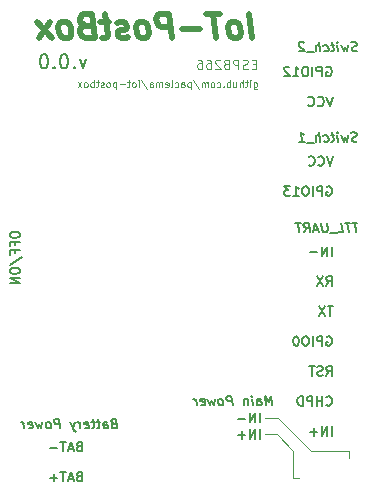
<source format=gbo>
G04 #@! TF.GenerationSoftware,KiCad,Pcbnew,(5.1.9)-1*
G04 #@! TF.CreationDate,2021-07-08T12:05:04+02:00*
G04 #@! TF.ProjectId,iot-postbox,696f742d-706f-4737-9462-6f782e6b6963,v0.0*
G04 #@! TF.SameCoordinates,Original*
G04 #@! TF.FileFunction,Legend,Bot*
G04 #@! TF.FilePolarity,Positive*
%FSLAX46Y46*%
G04 Gerber Fmt 4.6, Leading zero omitted, Abs format (unit mm)*
G04 Created by KiCad (PCBNEW (5.1.9)-1) date 2021-07-08 12:05:04*
%MOMM*%
%LPD*%
G01*
G04 APERTURE LIST*
%ADD10C,0.100000*%
%ADD11C,0.200000*%
%ADD12C,0.150000*%
%ADD13C,0.500000*%
%ADD14C,0.120000*%
G04 APERTURE END LIST*
D10*
X120736180Y-116868908D02*
X120736180Y-117354622D01*
X120764751Y-117411765D01*
X120793322Y-117440337D01*
X120850465Y-117468908D01*
X120936180Y-117468908D01*
X120993322Y-117440337D01*
X120736180Y-117240337D02*
X120793322Y-117268908D01*
X120907608Y-117268908D01*
X120964751Y-117240337D01*
X120993322Y-117211765D01*
X121021894Y-117154622D01*
X121021894Y-116983194D01*
X120993322Y-116926051D01*
X120964751Y-116897480D01*
X120907608Y-116868908D01*
X120793322Y-116868908D01*
X120736180Y-116897480D01*
X120450465Y-117268908D02*
X120450465Y-116868908D01*
X120450465Y-116668908D02*
X120479037Y-116697480D01*
X120450465Y-116726051D01*
X120421894Y-116697480D01*
X120450465Y-116668908D01*
X120450465Y-116726051D01*
X120250465Y-116868908D02*
X120021894Y-116868908D01*
X120164751Y-116668908D02*
X120164751Y-117183194D01*
X120136180Y-117240337D01*
X120079037Y-117268908D01*
X120021894Y-117268908D01*
X119821894Y-117268908D02*
X119821894Y-116668908D01*
X119564751Y-117268908D02*
X119564751Y-116954622D01*
X119593322Y-116897480D01*
X119650465Y-116868908D01*
X119736180Y-116868908D01*
X119793322Y-116897480D01*
X119821894Y-116926051D01*
X119021894Y-116868908D02*
X119021894Y-117268908D01*
X119279037Y-116868908D02*
X119279037Y-117183194D01*
X119250465Y-117240337D01*
X119193322Y-117268908D01*
X119107608Y-117268908D01*
X119050465Y-117240337D01*
X119021894Y-117211765D01*
X118736180Y-117268908D02*
X118736180Y-116668908D01*
X118736180Y-116897480D02*
X118679037Y-116868908D01*
X118564751Y-116868908D01*
X118507608Y-116897480D01*
X118479037Y-116926051D01*
X118450465Y-116983194D01*
X118450465Y-117154622D01*
X118479037Y-117211765D01*
X118507608Y-117240337D01*
X118564751Y-117268908D01*
X118679037Y-117268908D01*
X118736180Y-117240337D01*
X118193322Y-117211765D02*
X118164751Y-117240337D01*
X118193322Y-117268908D01*
X118221894Y-117240337D01*
X118193322Y-117211765D01*
X118193322Y-117268908D01*
X117650465Y-117240337D02*
X117707608Y-117268908D01*
X117821894Y-117268908D01*
X117879037Y-117240337D01*
X117907608Y-117211765D01*
X117936180Y-117154622D01*
X117936180Y-116983194D01*
X117907608Y-116926051D01*
X117879037Y-116897480D01*
X117821894Y-116868908D01*
X117707608Y-116868908D01*
X117650465Y-116897480D01*
X117307608Y-117268908D02*
X117364751Y-117240337D01*
X117393322Y-117211765D01*
X117421894Y-117154622D01*
X117421894Y-116983194D01*
X117393322Y-116926051D01*
X117364751Y-116897480D01*
X117307608Y-116868908D01*
X117221894Y-116868908D01*
X117164751Y-116897480D01*
X117136180Y-116926051D01*
X117107608Y-116983194D01*
X117107608Y-117154622D01*
X117136180Y-117211765D01*
X117164751Y-117240337D01*
X117221894Y-117268908D01*
X117307608Y-117268908D01*
X116850465Y-117268908D02*
X116850465Y-116868908D01*
X116850465Y-116926051D02*
X116821894Y-116897480D01*
X116764751Y-116868908D01*
X116679037Y-116868908D01*
X116621894Y-116897480D01*
X116593322Y-116954622D01*
X116593322Y-117268908D01*
X116593322Y-116954622D02*
X116564751Y-116897480D01*
X116507608Y-116868908D01*
X116421894Y-116868908D01*
X116364751Y-116897480D01*
X116336180Y-116954622D01*
X116336180Y-117268908D01*
X115621894Y-116640337D02*
X116136180Y-117411765D01*
X115421894Y-116868908D02*
X115421894Y-117468908D01*
X115421894Y-116897480D02*
X115364751Y-116868908D01*
X115250465Y-116868908D01*
X115193322Y-116897480D01*
X115164751Y-116926051D01*
X115136180Y-116983194D01*
X115136180Y-117154622D01*
X115164751Y-117211765D01*
X115193322Y-117240337D01*
X115250465Y-117268908D01*
X115364751Y-117268908D01*
X115421894Y-117240337D01*
X114621894Y-117268908D02*
X114621894Y-116954622D01*
X114650465Y-116897480D01*
X114707608Y-116868908D01*
X114821894Y-116868908D01*
X114879037Y-116897480D01*
X114621894Y-117240337D02*
X114679037Y-117268908D01*
X114821894Y-117268908D01*
X114879037Y-117240337D01*
X114907608Y-117183194D01*
X114907608Y-117126051D01*
X114879037Y-117068908D01*
X114821894Y-117040337D01*
X114679037Y-117040337D01*
X114621894Y-117011765D01*
X114079037Y-117240337D02*
X114136180Y-117268908D01*
X114250465Y-117268908D01*
X114307608Y-117240337D01*
X114336180Y-117211765D01*
X114364751Y-117154622D01*
X114364751Y-116983194D01*
X114336180Y-116926051D01*
X114307608Y-116897480D01*
X114250465Y-116868908D01*
X114136180Y-116868908D01*
X114079037Y-116897480D01*
X113736180Y-117268908D02*
X113793322Y-117240337D01*
X113821894Y-117183194D01*
X113821894Y-116668908D01*
X113279037Y-117240337D02*
X113336180Y-117268908D01*
X113450465Y-117268908D01*
X113507608Y-117240337D01*
X113536180Y-117183194D01*
X113536180Y-116954622D01*
X113507608Y-116897480D01*
X113450465Y-116868908D01*
X113336180Y-116868908D01*
X113279037Y-116897480D01*
X113250465Y-116954622D01*
X113250465Y-117011765D01*
X113536180Y-117068908D01*
X112993322Y-117268908D02*
X112993322Y-116868908D01*
X112993322Y-116926051D02*
X112964751Y-116897480D01*
X112907608Y-116868908D01*
X112821894Y-116868908D01*
X112764751Y-116897480D01*
X112736180Y-116954622D01*
X112736180Y-117268908D01*
X112736180Y-116954622D02*
X112707608Y-116897480D01*
X112650465Y-116868908D01*
X112564751Y-116868908D01*
X112507608Y-116897480D01*
X112479037Y-116954622D01*
X112479037Y-117268908D01*
X111936180Y-117268908D02*
X111936180Y-116954622D01*
X111964751Y-116897480D01*
X112021894Y-116868908D01*
X112136180Y-116868908D01*
X112193322Y-116897480D01*
X111936180Y-117240337D02*
X111993322Y-117268908D01*
X112136180Y-117268908D01*
X112193322Y-117240337D01*
X112221894Y-117183194D01*
X112221894Y-117126051D01*
X112193322Y-117068908D01*
X112136180Y-117040337D01*
X111993322Y-117040337D01*
X111936180Y-117011765D01*
X111221894Y-116640337D02*
X111736180Y-117411765D01*
X111021894Y-117268908D02*
X111021894Y-116868908D01*
X111021894Y-116668908D02*
X111050465Y-116697480D01*
X111021894Y-116726051D01*
X110993322Y-116697480D01*
X111021894Y-116668908D01*
X111021894Y-116726051D01*
X110650465Y-117268908D02*
X110707608Y-117240337D01*
X110736180Y-117211765D01*
X110764751Y-117154622D01*
X110764751Y-116983194D01*
X110736180Y-116926051D01*
X110707608Y-116897480D01*
X110650465Y-116868908D01*
X110564751Y-116868908D01*
X110507608Y-116897480D01*
X110479037Y-116926051D01*
X110450465Y-116983194D01*
X110450465Y-117154622D01*
X110479037Y-117211765D01*
X110507608Y-117240337D01*
X110564751Y-117268908D01*
X110650465Y-117268908D01*
X110279037Y-116868908D02*
X110050465Y-116868908D01*
X110193322Y-116668908D02*
X110193322Y-117183194D01*
X110164751Y-117240337D01*
X110107608Y-117268908D01*
X110050465Y-117268908D01*
X109850465Y-117040337D02*
X109393322Y-117040337D01*
X109107608Y-116868908D02*
X109107608Y-117468908D01*
X109107608Y-116897480D02*
X109050465Y-116868908D01*
X108936180Y-116868908D01*
X108879037Y-116897480D01*
X108850465Y-116926051D01*
X108821894Y-116983194D01*
X108821894Y-117154622D01*
X108850465Y-117211765D01*
X108879037Y-117240337D01*
X108936180Y-117268908D01*
X109050465Y-117268908D01*
X109107608Y-117240337D01*
X108479037Y-117268908D02*
X108536180Y-117240337D01*
X108564751Y-117211765D01*
X108593322Y-117154622D01*
X108593322Y-116983194D01*
X108564751Y-116926051D01*
X108536180Y-116897480D01*
X108479037Y-116868908D01*
X108393322Y-116868908D01*
X108336180Y-116897480D01*
X108307608Y-116926051D01*
X108279037Y-116983194D01*
X108279037Y-117154622D01*
X108307608Y-117211765D01*
X108336180Y-117240337D01*
X108393322Y-117268908D01*
X108479037Y-117268908D01*
X108050465Y-117240337D02*
X107993322Y-117268908D01*
X107879037Y-117268908D01*
X107821894Y-117240337D01*
X107793322Y-117183194D01*
X107793322Y-117154622D01*
X107821894Y-117097480D01*
X107879037Y-117068908D01*
X107964751Y-117068908D01*
X108021894Y-117040337D01*
X108050465Y-116983194D01*
X108050465Y-116954622D01*
X108021894Y-116897480D01*
X107964751Y-116868908D01*
X107879037Y-116868908D01*
X107821894Y-116897480D01*
X107621894Y-116868908D02*
X107393322Y-116868908D01*
X107536180Y-116668908D02*
X107536180Y-117183194D01*
X107507608Y-117240337D01*
X107450465Y-117268908D01*
X107393322Y-117268908D01*
X107193322Y-117268908D02*
X107193322Y-116668908D01*
X107193322Y-116897480D02*
X107136180Y-116868908D01*
X107021894Y-116868908D01*
X106964751Y-116897480D01*
X106936180Y-116926051D01*
X106907608Y-116983194D01*
X106907608Y-117154622D01*
X106936180Y-117211765D01*
X106964751Y-117240337D01*
X107021894Y-117268908D01*
X107136180Y-117268908D01*
X107193322Y-117240337D01*
X106564751Y-117268908D02*
X106621894Y-117240337D01*
X106650465Y-117211765D01*
X106679037Y-117154622D01*
X106679037Y-116983194D01*
X106650465Y-116926051D01*
X106621894Y-116897480D01*
X106564751Y-116868908D01*
X106479037Y-116868908D01*
X106421894Y-116897480D01*
X106393322Y-116926051D01*
X106364751Y-116983194D01*
X106364751Y-117154622D01*
X106393322Y-117211765D01*
X106421894Y-117240337D01*
X106479037Y-117268908D01*
X106564751Y-117268908D01*
X106164751Y-117268908D02*
X105850465Y-116868908D01*
X106164751Y-116868908D02*
X105850465Y-117268908D01*
D11*
X106584311Y-114903917D02*
X106298597Y-115703917D01*
X106012882Y-114903917D01*
X105555740Y-115589631D02*
X105498597Y-115646774D01*
X105555740Y-115703917D01*
X105612882Y-115646774D01*
X105555740Y-115589631D01*
X105555740Y-115703917D01*
X104755740Y-114503917D02*
X104641454Y-114503917D01*
X104527168Y-114561060D01*
X104470025Y-114618202D01*
X104412882Y-114732488D01*
X104355740Y-114961060D01*
X104355740Y-115246774D01*
X104412882Y-115475345D01*
X104470025Y-115589631D01*
X104527168Y-115646774D01*
X104641454Y-115703917D01*
X104755740Y-115703917D01*
X104870025Y-115646774D01*
X104927168Y-115589631D01*
X104984311Y-115475345D01*
X105041454Y-115246774D01*
X105041454Y-114961060D01*
X104984311Y-114732488D01*
X104927168Y-114618202D01*
X104870025Y-114561060D01*
X104755740Y-114503917D01*
X103841454Y-115589631D02*
X103784311Y-115646774D01*
X103841454Y-115703917D01*
X103898597Y-115646774D01*
X103841454Y-115589631D01*
X103841454Y-115703917D01*
X103041454Y-114503917D02*
X102927168Y-114503917D01*
X102812882Y-114561060D01*
X102755740Y-114618202D01*
X102698597Y-114732488D01*
X102641454Y-114961060D01*
X102641454Y-115246774D01*
X102698597Y-115475345D01*
X102755740Y-115589631D01*
X102812882Y-115646774D01*
X102927168Y-115703917D01*
X103041454Y-115703917D01*
X103155740Y-115646774D01*
X103212882Y-115589631D01*
X103270025Y-115475345D01*
X103327168Y-115246774D01*
X103327168Y-114961060D01*
X103270025Y-114732488D01*
X103212882Y-114618202D01*
X103155740Y-114561060D01*
X103041454Y-114503917D01*
D10*
X120945703Y-115332517D02*
X120679037Y-115332517D01*
X120564751Y-115751564D02*
X120945703Y-115751564D01*
X120945703Y-114951564D01*
X120564751Y-114951564D01*
X120259989Y-115713469D02*
X120145703Y-115751564D01*
X119955227Y-115751564D01*
X119879037Y-115713469D01*
X119840941Y-115675374D01*
X119802846Y-115599183D01*
X119802846Y-115522993D01*
X119840941Y-115446802D01*
X119879037Y-115408707D01*
X119955227Y-115370612D01*
X120107608Y-115332517D01*
X120183799Y-115294421D01*
X120221894Y-115256326D01*
X120259989Y-115180136D01*
X120259989Y-115103945D01*
X120221894Y-115027755D01*
X120183799Y-114989660D01*
X120107608Y-114951564D01*
X119917132Y-114951564D01*
X119802846Y-114989660D01*
X119459989Y-115751564D02*
X119459989Y-114951564D01*
X119155227Y-114951564D01*
X119079037Y-114989660D01*
X119040941Y-115027755D01*
X119002846Y-115103945D01*
X119002846Y-115218231D01*
X119040941Y-115294421D01*
X119079037Y-115332517D01*
X119155227Y-115370612D01*
X119459989Y-115370612D01*
X118545703Y-115294421D02*
X118621894Y-115256326D01*
X118659989Y-115218231D01*
X118698084Y-115142040D01*
X118698084Y-115103945D01*
X118659989Y-115027755D01*
X118621894Y-114989660D01*
X118545703Y-114951564D01*
X118393322Y-114951564D01*
X118317132Y-114989660D01*
X118279037Y-115027755D01*
X118240941Y-115103945D01*
X118240941Y-115142040D01*
X118279037Y-115218231D01*
X118317132Y-115256326D01*
X118393322Y-115294421D01*
X118545703Y-115294421D01*
X118621894Y-115332517D01*
X118659989Y-115370612D01*
X118698084Y-115446802D01*
X118698084Y-115599183D01*
X118659989Y-115675374D01*
X118621894Y-115713469D01*
X118545703Y-115751564D01*
X118393322Y-115751564D01*
X118317132Y-115713469D01*
X118279037Y-115675374D01*
X118240941Y-115599183D01*
X118240941Y-115446802D01*
X118279037Y-115370612D01*
X118317132Y-115332517D01*
X118393322Y-115294421D01*
X117936180Y-115027755D02*
X117898084Y-114989660D01*
X117821894Y-114951564D01*
X117631418Y-114951564D01*
X117555227Y-114989660D01*
X117517132Y-115027755D01*
X117479037Y-115103945D01*
X117479037Y-115180136D01*
X117517132Y-115294421D01*
X117974275Y-115751564D01*
X117479037Y-115751564D01*
X116793322Y-114951564D02*
X116945703Y-114951564D01*
X117021894Y-114989660D01*
X117059989Y-115027755D01*
X117136180Y-115142040D01*
X117174275Y-115294421D01*
X117174275Y-115599183D01*
X117136180Y-115675374D01*
X117098084Y-115713469D01*
X117021894Y-115751564D01*
X116869513Y-115751564D01*
X116793322Y-115713469D01*
X116755227Y-115675374D01*
X116717132Y-115599183D01*
X116717132Y-115408707D01*
X116755227Y-115332517D01*
X116793322Y-115294421D01*
X116869513Y-115256326D01*
X117021894Y-115256326D01*
X117098084Y-115294421D01*
X117136180Y-115332517D01*
X117174275Y-115408707D01*
X116031418Y-114951564D02*
X116183799Y-114951564D01*
X116259989Y-114989660D01*
X116298084Y-115027755D01*
X116374275Y-115142040D01*
X116412370Y-115294421D01*
X116412370Y-115599183D01*
X116374275Y-115675374D01*
X116336180Y-115713469D01*
X116259989Y-115751564D01*
X116107608Y-115751564D01*
X116031418Y-115713469D01*
X115993322Y-115675374D01*
X115955227Y-115599183D01*
X115955227Y-115408707D01*
X115993322Y-115332517D01*
X116031418Y-115294421D01*
X116107608Y-115256326D01*
X116259989Y-115256326D01*
X116336180Y-115294421D01*
X116374275Y-115332517D01*
X116412370Y-115408707D01*
D12*
X100123044Y-129703452D02*
X100123044Y-129855833D01*
X100161140Y-129932023D01*
X100237330Y-130008214D01*
X100389711Y-130046309D01*
X100656378Y-130046309D01*
X100808759Y-130008214D01*
X100884949Y-129932023D01*
X100923044Y-129855833D01*
X100923044Y-129703452D01*
X100884949Y-129627261D01*
X100808759Y-129551071D01*
X100656378Y-129512975D01*
X100389711Y-129512975D01*
X100237330Y-129551071D01*
X100161140Y-129627261D01*
X100123044Y-129703452D01*
X100503997Y-130655833D02*
X100503997Y-130389166D01*
X100923044Y-130389166D02*
X100123044Y-130389166D01*
X100123044Y-130770118D01*
X100503997Y-131341547D02*
X100503997Y-131074880D01*
X100923044Y-131074880D02*
X100123044Y-131074880D01*
X100123044Y-131455833D01*
X100084949Y-132332023D02*
X101113520Y-131646309D01*
X100123044Y-132751071D02*
X100123044Y-132903452D01*
X100161140Y-132979642D01*
X100237330Y-133055833D01*
X100389711Y-133093928D01*
X100656378Y-133093928D01*
X100808759Y-133055833D01*
X100884949Y-132979642D01*
X100923044Y-132903452D01*
X100923044Y-132751071D01*
X100884949Y-132674880D01*
X100808759Y-132598690D01*
X100656378Y-132560595D01*
X100389711Y-132560595D01*
X100237330Y-132598690D01*
X100161140Y-132674880D01*
X100123044Y-132751071D01*
X100923044Y-133436785D02*
X100123044Y-133436785D01*
X100923044Y-133893928D01*
X100123044Y-133893928D01*
D13*
X120606524Y-113114341D02*
X120356524Y-111114341D01*
X119368429Y-113114341D02*
X119547000Y-113019103D01*
X119630334Y-112923865D01*
X119701762Y-112733389D01*
X119630334Y-112161960D01*
X119511286Y-111971484D01*
X119404143Y-111876246D01*
X119201762Y-111781008D01*
X118916048Y-111781008D01*
X118737477Y-111876246D01*
X118654143Y-111971484D01*
X118582715Y-112161960D01*
X118654143Y-112733389D01*
X118773191Y-112923865D01*
X118880334Y-113019103D01*
X119082715Y-113114341D01*
X119368429Y-113114341D01*
X117880334Y-111114341D02*
X116737477Y-111114341D01*
X117558905Y-113114341D02*
X117308905Y-111114341D01*
X116225572Y-112352437D02*
X114701762Y-112352437D01*
X113844620Y-113114341D02*
X113594620Y-111114341D01*
X112832715Y-111114341D01*
X112654143Y-111209580D01*
X112570810Y-111304818D01*
X112499381Y-111495294D01*
X112535096Y-111781008D01*
X112654143Y-111971484D01*
X112761286Y-112066722D01*
X112963667Y-112161960D01*
X113725572Y-112161960D01*
X111558905Y-113114341D02*
X111737477Y-113019103D01*
X111820810Y-112923865D01*
X111892239Y-112733389D01*
X111820810Y-112161960D01*
X111701762Y-111971484D01*
X111594620Y-111876246D01*
X111392239Y-111781008D01*
X111106524Y-111781008D01*
X110927953Y-111876246D01*
X110844620Y-111971484D01*
X110773191Y-112161960D01*
X110844620Y-112733389D01*
X110963667Y-112923865D01*
X111070810Y-113019103D01*
X111273191Y-113114341D01*
X111558905Y-113114341D01*
X110118429Y-113019103D02*
X109939858Y-113114341D01*
X109558905Y-113114341D01*
X109356524Y-113019103D01*
X109237477Y-112828627D01*
X109225572Y-112733389D01*
X109297000Y-112542913D01*
X109475572Y-112447675D01*
X109761286Y-112447675D01*
X109939858Y-112352437D01*
X110011286Y-112161960D01*
X109999381Y-112066722D01*
X109880334Y-111876246D01*
X109677953Y-111781008D01*
X109392239Y-111781008D01*
X109213667Y-111876246D01*
X108535096Y-111781008D02*
X107773191Y-111781008D01*
X108166048Y-111114341D02*
X108380334Y-112828627D01*
X108308905Y-113019103D01*
X108130334Y-113114341D01*
X107939858Y-113114341D01*
X106475572Y-112066722D02*
X106201762Y-112161960D01*
X106118429Y-112257199D01*
X106047000Y-112447675D01*
X106082715Y-112733389D01*
X106201762Y-112923865D01*
X106308905Y-113019103D01*
X106511286Y-113114341D01*
X107273191Y-113114341D01*
X107023191Y-111114341D01*
X106356524Y-111114341D01*
X106177953Y-111209580D01*
X106094620Y-111304818D01*
X106023191Y-111495294D01*
X106047000Y-111685770D01*
X106166048Y-111876246D01*
X106273191Y-111971484D01*
X106475572Y-112066722D01*
X107142239Y-112066722D01*
X104987477Y-113114341D02*
X105166048Y-113019103D01*
X105249381Y-112923865D01*
X105320810Y-112733389D01*
X105249381Y-112161960D01*
X105130334Y-111971484D01*
X105023191Y-111876246D01*
X104820810Y-111781008D01*
X104535096Y-111781008D01*
X104356524Y-111876246D01*
X104273191Y-111971484D01*
X104201762Y-112161960D01*
X104273191Y-112733389D01*
X104392239Y-112923865D01*
X104499381Y-113019103D01*
X104701762Y-113114341D01*
X104987477Y-113114341D01*
X103654143Y-113114341D02*
X102439858Y-111781008D01*
X103487477Y-111781008D02*
X102606524Y-113114341D01*
D12*
X129515759Y-128771704D02*
X129058616Y-128771704D01*
X129387187Y-129571704D02*
X129287187Y-128771704D01*
X128906235Y-128771704D02*
X128449092Y-128771704D01*
X128777663Y-129571704D02*
X128677663Y-128771704D01*
X127901473Y-129571704D02*
X128282425Y-129571704D01*
X128182425Y-128771704D01*
X127834806Y-129647895D02*
X127225282Y-129647895D01*
X126925282Y-128771704D02*
X127006235Y-129419323D01*
X126977663Y-129495514D01*
X126944330Y-129533609D01*
X126872901Y-129571704D01*
X126720520Y-129571704D01*
X126639568Y-129533609D01*
X126596711Y-129495514D01*
X126549092Y-129419323D01*
X126468139Y-128771704D01*
X126196711Y-129343133D02*
X125815759Y-129343133D01*
X126301473Y-129571704D02*
X125934806Y-128771704D01*
X125768139Y-129571704D01*
X125044330Y-129571704D02*
X125263378Y-129190752D01*
X125501473Y-129571704D02*
X125401473Y-128771704D01*
X125096711Y-128771704D01*
X125025282Y-128809800D01*
X124991949Y-128847895D01*
X124963378Y-128924085D01*
X124977663Y-129038371D01*
X125025282Y-129114561D01*
X125068139Y-129152657D01*
X125149092Y-129190752D01*
X125453854Y-129190752D01*
X124715759Y-128771704D02*
X124258616Y-128771704D01*
X124587187Y-129571704D02*
X124487187Y-128771704D01*
X129534806Y-114217409D02*
X129425282Y-114255504D01*
X129234806Y-114255504D01*
X129153854Y-114217409D01*
X129110997Y-114179314D01*
X129063377Y-114103123D01*
X129053854Y-114026933D01*
X129082425Y-113950742D01*
X129115758Y-113912647D01*
X129187187Y-113874552D01*
X129334806Y-113836457D01*
X129406235Y-113798361D01*
X129439568Y-113760266D01*
X129468139Y-113684076D01*
X129458616Y-113607885D01*
X129410997Y-113531695D01*
X129368139Y-113493600D01*
X129287187Y-113455504D01*
X129096711Y-113455504D01*
X128987187Y-113493600D01*
X128749092Y-113722171D02*
X128663377Y-114255504D01*
X128463377Y-113874552D01*
X128358616Y-114255504D01*
X128139568Y-113722171D01*
X127901473Y-114255504D02*
X127834806Y-113722171D01*
X127801473Y-113455504D02*
X127844330Y-113493600D01*
X127810997Y-113531695D01*
X127768139Y-113493600D01*
X127801473Y-113455504D01*
X127810997Y-113531695D01*
X127568139Y-113722171D02*
X127263377Y-113722171D01*
X127420520Y-113455504D02*
X127506235Y-114141219D01*
X127477663Y-114217409D01*
X127406235Y-114255504D01*
X127330044Y-114255504D01*
X126715758Y-114217409D02*
X126796711Y-114255504D01*
X126949092Y-114255504D01*
X127020520Y-114217409D01*
X127053854Y-114179314D01*
X127082425Y-114103123D01*
X127053854Y-113874552D01*
X127006235Y-113798361D01*
X126963377Y-113760266D01*
X126882425Y-113722171D01*
X126730044Y-113722171D01*
X126658616Y-113760266D01*
X126377663Y-114255504D02*
X126277663Y-113455504D01*
X126034806Y-114255504D02*
X125982425Y-113836457D01*
X126010997Y-113760266D01*
X126082425Y-113722171D01*
X126196711Y-113722171D01*
X126277663Y-113760266D01*
X126320520Y-113798361D01*
X125853854Y-114331695D02*
X125244330Y-114331695D01*
X124991949Y-113531695D02*
X124949092Y-113493600D01*
X124868139Y-113455504D01*
X124677663Y-113455504D01*
X124606235Y-113493600D01*
X124572901Y-113531695D01*
X124544330Y-113607885D01*
X124553854Y-113684076D01*
X124606235Y-113798361D01*
X125120520Y-114255504D01*
X124625282Y-114255504D01*
X129534806Y-121862809D02*
X129425282Y-121900904D01*
X129234806Y-121900904D01*
X129153854Y-121862809D01*
X129110997Y-121824714D01*
X129063377Y-121748523D01*
X129053854Y-121672333D01*
X129082425Y-121596142D01*
X129115758Y-121558047D01*
X129187187Y-121519952D01*
X129334806Y-121481857D01*
X129406235Y-121443761D01*
X129439568Y-121405666D01*
X129468139Y-121329476D01*
X129458616Y-121253285D01*
X129410997Y-121177095D01*
X129368139Y-121139000D01*
X129287187Y-121100904D01*
X129096711Y-121100904D01*
X128987187Y-121139000D01*
X128749092Y-121367571D02*
X128663377Y-121900904D01*
X128463377Y-121519952D01*
X128358616Y-121900904D01*
X128139568Y-121367571D01*
X127901473Y-121900904D02*
X127834806Y-121367571D01*
X127801473Y-121100904D02*
X127844330Y-121139000D01*
X127810997Y-121177095D01*
X127768139Y-121139000D01*
X127801473Y-121100904D01*
X127810997Y-121177095D01*
X127568139Y-121367571D02*
X127263377Y-121367571D01*
X127420520Y-121100904D02*
X127506235Y-121786619D01*
X127477663Y-121862809D01*
X127406235Y-121900904D01*
X127330044Y-121900904D01*
X126715758Y-121862809D02*
X126796711Y-121900904D01*
X126949092Y-121900904D01*
X127020520Y-121862809D01*
X127053854Y-121824714D01*
X127082425Y-121748523D01*
X127053854Y-121519952D01*
X127006235Y-121443761D01*
X126963377Y-121405666D01*
X126882425Y-121367571D01*
X126730044Y-121367571D01*
X126658616Y-121405666D01*
X126377663Y-121900904D02*
X126277663Y-121100904D01*
X126034806Y-121900904D02*
X125982425Y-121481857D01*
X126010997Y-121405666D01*
X126082425Y-121367571D01*
X126196711Y-121367571D01*
X126277663Y-121405666D01*
X126320520Y-121443761D01*
X125853854Y-121977095D02*
X125244330Y-121977095D01*
X124625282Y-121900904D02*
X125082425Y-121900904D01*
X124853854Y-121900904D02*
X124753854Y-121100904D01*
X124844330Y-121215190D01*
X124930044Y-121291380D01*
X125010997Y-121329476D01*
X127435909Y-118078304D02*
X127169242Y-118878304D01*
X126902576Y-118078304D01*
X126178766Y-118802114D02*
X126216861Y-118840209D01*
X126331147Y-118878304D01*
X126407338Y-118878304D01*
X126521623Y-118840209D01*
X126597814Y-118764019D01*
X126635909Y-118687828D01*
X126674004Y-118535447D01*
X126674004Y-118421161D01*
X126635909Y-118268780D01*
X126597814Y-118192590D01*
X126521623Y-118116400D01*
X126407338Y-118078304D01*
X126331147Y-118078304D01*
X126216861Y-118116400D01*
X126178766Y-118154495D01*
X125378766Y-118802114D02*
X125416861Y-118840209D01*
X125531147Y-118878304D01*
X125607338Y-118878304D01*
X125721623Y-118840209D01*
X125797814Y-118764019D01*
X125835909Y-118687828D01*
X125874004Y-118535447D01*
X125874004Y-118421161D01*
X125835909Y-118268780D01*
X125797814Y-118192590D01*
X125721623Y-118116400D01*
X125607338Y-118078304D01*
X125531147Y-118078304D01*
X125416861Y-118116400D01*
X125378766Y-118154495D01*
X126902576Y-115576400D02*
X126978766Y-115538304D01*
X127093052Y-115538304D01*
X127207338Y-115576400D01*
X127283528Y-115652590D01*
X127321623Y-115728780D01*
X127359719Y-115881161D01*
X127359719Y-115995447D01*
X127321623Y-116147828D01*
X127283528Y-116224019D01*
X127207338Y-116300209D01*
X127093052Y-116338304D01*
X127016861Y-116338304D01*
X126902576Y-116300209D01*
X126864480Y-116262114D01*
X126864480Y-115995447D01*
X127016861Y-115995447D01*
X126521623Y-116338304D02*
X126521623Y-115538304D01*
X126216861Y-115538304D01*
X126140671Y-115576400D01*
X126102576Y-115614495D01*
X126064480Y-115690685D01*
X126064480Y-115804971D01*
X126102576Y-115881161D01*
X126140671Y-115919257D01*
X126216861Y-115957352D01*
X126521623Y-115957352D01*
X125721623Y-116338304D02*
X125721623Y-115538304D01*
X125188290Y-115538304D02*
X125035909Y-115538304D01*
X124959719Y-115576400D01*
X124883528Y-115652590D01*
X124845433Y-115804971D01*
X124845433Y-116071638D01*
X124883528Y-116224019D01*
X124959719Y-116300209D01*
X125035909Y-116338304D01*
X125188290Y-116338304D01*
X125264480Y-116300209D01*
X125340671Y-116224019D01*
X125378766Y-116071638D01*
X125378766Y-115804971D01*
X125340671Y-115652590D01*
X125264480Y-115576400D01*
X125188290Y-115538304D01*
X124083528Y-116338304D02*
X124540671Y-116338304D01*
X124312100Y-116338304D02*
X124312100Y-115538304D01*
X124388290Y-115652590D01*
X124464480Y-115728780D01*
X124540671Y-115766876D01*
X123778766Y-115614495D02*
X123740671Y-115576400D01*
X123664480Y-115538304D01*
X123474004Y-115538304D01*
X123397814Y-115576400D01*
X123359719Y-115614495D01*
X123321623Y-115690685D01*
X123321623Y-115766876D01*
X123359719Y-115881161D01*
X123816861Y-116338304D01*
X123321623Y-116338304D01*
X126927976Y-125711000D02*
X127004166Y-125672904D01*
X127118452Y-125672904D01*
X127232738Y-125711000D01*
X127308928Y-125787190D01*
X127347023Y-125863380D01*
X127385119Y-126015761D01*
X127385119Y-126130047D01*
X127347023Y-126282428D01*
X127308928Y-126358619D01*
X127232738Y-126434809D01*
X127118452Y-126472904D01*
X127042261Y-126472904D01*
X126927976Y-126434809D01*
X126889880Y-126396714D01*
X126889880Y-126130047D01*
X127042261Y-126130047D01*
X126547023Y-126472904D02*
X126547023Y-125672904D01*
X126242261Y-125672904D01*
X126166071Y-125711000D01*
X126127976Y-125749095D01*
X126089880Y-125825285D01*
X126089880Y-125939571D01*
X126127976Y-126015761D01*
X126166071Y-126053857D01*
X126242261Y-126091952D01*
X126547023Y-126091952D01*
X125747023Y-126472904D02*
X125747023Y-125672904D01*
X125213690Y-125672904D02*
X125061309Y-125672904D01*
X124985119Y-125711000D01*
X124908928Y-125787190D01*
X124870833Y-125939571D01*
X124870833Y-126206238D01*
X124908928Y-126358619D01*
X124985119Y-126434809D01*
X125061309Y-126472904D01*
X125213690Y-126472904D01*
X125289880Y-126434809D01*
X125366071Y-126358619D01*
X125404166Y-126206238D01*
X125404166Y-125939571D01*
X125366071Y-125787190D01*
X125289880Y-125711000D01*
X125213690Y-125672904D01*
X124108928Y-126472904D02*
X124566071Y-126472904D01*
X124337500Y-126472904D02*
X124337500Y-125672904D01*
X124413690Y-125787190D01*
X124489880Y-125863380D01*
X124566071Y-125901476D01*
X123842261Y-125672904D02*
X123347023Y-125672904D01*
X123613690Y-125977666D01*
X123499404Y-125977666D01*
X123423214Y-126015761D01*
X123385119Y-126053857D01*
X123347023Y-126130047D01*
X123347023Y-126320523D01*
X123385119Y-126396714D01*
X123423214Y-126434809D01*
X123499404Y-126472904D01*
X123727976Y-126472904D01*
X123804166Y-126434809D01*
X123842261Y-126396714D01*
X127461309Y-123132904D02*
X127194642Y-123932904D01*
X126927976Y-123132904D01*
X126204166Y-123856714D02*
X126242261Y-123894809D01*
X126356547Y-123932904D01*
X126432738Y-123932904D01*
X126547023Y-123894809D01*
X126623214Y-123818619D01*
X126661309Y-123742428D01*
X126699404Y-123590047D01*
X126699404Y-123475761D01*
X126661309Y-123323380D01*
X126623214Y-123247190D01*
X126547023Y-123171000D01*
X126432738Y-123132904D01*
X126356547Y-123132904D01*
X126242261Y-123171000D01*
X126204166Y-123209095D01*
X125404166Y-123856714D02*
X125442261Y-123894809D01*
X125556547Y-123932904D01*
X125632738Y-123932904D01*
X125747023Y-123894809D01*
X125823214Y-123818619D01*
X125861309Y-123742428D01*
X125899404Y-123590047D01*
X125899404Y-123475761D01*
X125861309Y-123323380D01*
X125823214Y-123247190D01*
X125747023Y-123171000D01*
X125632738Y-123132904D01*
X125556547Y-123132904D01*
X125442261Y-123171000D01*
X125404166Y-123209095D01*
X108887614Y-145764257D02*
X108778090Y-145802352D01*
X108744757Y-145840447D01*
X108716185Y-145916638D01*
X108730471Y-146030923D01*
X108778090Y-146107114D01*
X108820947Y-146145209D01*
X108901900Y-146183304D01*
X109206661Y-146183304D01*
X109106661Y-145383304D01*
X108839995Y-145383304D01*
X108768566Y-145421400D01*
X108735233Y-145459495D01*
X108706661Y-145535685D01*
X108716185Y-145611876D01*
X108763804Y-145688066D01*
X108806661Y-145726161D01*
X108887614Y-145764257D01*
X109154280Y-145764257D01*
X108063804Y-146183304D02*
X108011423Y-145764257D01*
X108039995Y-145688066D01*
X108111423Y-145649971D01*
X108263804Y-145649971D01*
X108344757Y-145688066D01*
X108059042Y-146145209D02*
X108139995Y-146183304D01*
X108330471Y-146183304D01*
X108401900Y-146145209D01*
X108430471Y-146069019D01*
X108420947Y-145992828D01*
X108373328Y-145916638D01*
X108292376Y-145878542D01*
X108101900Y-145878542D01*
X108020947Y-145840447D01*
X107730471Y-145649971D02*
X107425709Y-145649971D01*
X107582852Y-145383304D02*
X107668566Y-146069019D01*
X107639995Y-146145209D01*
X107568566Y-146183304D01*
X107492376Y-146183304D01*
X107273328Y-145649971D02*
X106968566Y-145649971D01*
X107125709Y-145383304D02*
X107211423Y-146069019D01*
X107182852Y-146145209D01*
X107111423Y-146183304D01*
X107035233Y-146183304D01*
X106459042Y-146145209D02*
X106539995Y-146183304D01*
X106692376Y-146183304D01*
X106763804Y-146145209D01*
X106792376Y-146069019D01*
X106754280Y-145764257D01*
X106706661Y-145688066D01*
X106625709Y-145649971D01*
X106473328Y-145649971D01*
X106401900Y-145688066D01*
X106373328Y-145764257D01*
X106382852Y-145840447D01*
X106773328Y-145916638D01*
X106082852Y-146183304D02*
X106016185Y-145649971D01*
X106035233Y-145802352D02*
X105987614Y-145726161D01*
X105944757Y-145688066D01*
X105863804Y-145649971D01*
X105787614Y-145649971D01*
X105597138Y-145649971D02*
X105473328Y-146183304D01*
X105216185Y-145649971D02*
X105473328Y-146183304D01*
X105573328Y-146373780D01*
X105616185Y-146411876D01*
X105697138Y-146449971D01*
X104368566Y-146183304D02*
X104268566Y-145383304D01*
X103963804Y-145383304D01*
X103892376Y-145421400D01*
X103859042Y-145459495D01*
X103830471Y-145535685D01*
X103844757Y-145649971D01*
X103892376Y-145726161D01*
X103935233Y-145764257D01*
X104016185Y-145802352D01*
X104320947Y-145802352D01*
X103454280Y-146183304D02*
X103525709Y-146145209D01*
X103559042Y-146107114D01*
X103587614Y-146030923D01*
X103559042Y-145802352D01*
X103511423Y-145726161D01*
X103468566Y-145688066D01*
X103387614Y-145649971D01*
X103273328Y-145649971D01*
X103201900Y-145688066D01*
X103168566Y-145726161D01*
X103139995Y-145802352D01*
X103168566Y-146030923D01*
X103216185Y-146107114D01*
X103259042Y-146145209D01*
X103339995Y-146183304D01*
X103454280Y-146183304D01*
X102854280Y-145649971D02*
X102768566Y-146183304D01*
X102568566Y-145802352D01*
X102463804Y-146183304D01*
X102244757Y-145649971D01*
X101697138Y-146145209D02*
X101778090Y-146183304D01*
X101930471Y-146183304D01*
X102001900Y-146145209D01*
X102030471Y-146069019D01*
X101992376Y-145764257D01*
X101944757Y-145688066D01*
X101863804Y-145649971D01*
X101711423Y-145649971D01*
X101639995Y-145688066D01*
X101611423Y-145764257D01*
X101620947Y-145840447D01*
X102011423Y-145916638D01*
X101320947Y-146183304D02*
X101254280Y-145649971D01*
X101273328Y-145802352D02*
X101225709Y-145726161D01*
X101182852Y-145688066D01*
X101101900Y-145649971D01*
X101025709Y-145649971D01*
X105951671Y-150241357D02*
X105837385Y-150279452D01*
X105799290Y-150317547D01*
X105761195Y-150393738D01*
X105761195Y-150508023D01*
X105799290Y-150584214D01*
X105837385Y-150622309D01*
X105913576Y-150660404D01*
X106218338Y-150660404D01*
X106218338Y-149860404D01*
X105951671Y-149860404D01*
X105875480Y-149898500D01*
X105837385Y-149936595D01*
X105799290Y-150012785D01*
X105799290Y-150088976D01*
X105837385Y-150165166D01*
X105875480Y-150203261D01*
X105951671Y-150241357D01*
X106218338Y-150241357D01*
X105456433Y-150431833D02*
X105075480Y-150431833D01*
X105532623Y-150660404D02*
X105265957Y-149860404D01*
X104999290Y-150660404D01*
X104846909Y-149860404D02*
X104389766Y-149860404D01*
X104618338Y-150660404D02*
X104618338Y-149860404D01*
X104123100Y-150355642D02*
X103513576Y-150355642D01*
X103818338Y-150660404D02*
X103818338Y-150050880D01*
X105951671Y-147701357D02*
X105837385Y-147739452D01*
X105799290Y-147777547D01*
X105761195Y-147853738D01*
X105761195Y-147968023D01*
X105799290Y-148044214D01*
X105837385Y-148082309D01*
X105913576Y-148120404D01*
X106218338Y-148120404D01*
X106218338Y-147320404D01*
X105951671Y-147320404D01*
X105875480Y-147358500D01*
X105837385Y-147396595D01*
X105799290Y-147472785D01*
X105799290Y-147548976D01*
X105837385Y-147625166D01*
X105875480Y-147663261D01*
X105951671Y-147701357D01*
X106218338Y-147701357D01*
X105456433Y-147891833D02*
X105075480Y-147891833D01*
X105532623Y-148120404D02*
X105265957Y-147320404D01*
X104999290Y-148120404D01*
X104846909Y-147320404D02*
X104389766Y-147320404D01*
X104618338Y-148120404D02*
X104618338Y-147320404D01*
X104123100Y-147815642D02*
X103513576Y-147815642D01*
X127347023Y-131578304D02*
X127347023Y-130778304D01*
X126966071Y-131578304D02*
X126966071Y-130778304D01*
X126508928Y-131578304D01*
X126508928Y-130778304D01*
X126127976Y-131273542D02*
X125518452Y-131273542D01*
X122313061Y-144202104D02*
X122213061Y-143402104D01*
X122017823Y-143973533D01*
X121679728Y-143402104D01*
X121779728Y-144202104D01*
X121055919Y-144202104D02*
X121003538Y-143783057D01*
X121032109Y-143706866D01*
X121103538Y-143668771D01*
X121255919Y-143668771D01*
X121336871Y-143706866D01*
X121051157Y-144164009D02*
X121132109Y-144202104D01*
X121322585Y-144202104D01*
X121394014Y-144164009D01*
X121422585Y-144087819D01*
X121413061Y-144011628D01*
X121365442Y-143935438D01*
X121284490Y-143897342D01*
X121094014Y-143897342D01*
X121013061Y-143859247D01*
X120674966Y-144202104D02*
X120608300Y-143668771D01*
X120574966Y-143402104D02*
X120617823Y-143440200D01*
X120584490Y-143478295D01*
X120541633Y-143440200D01*
X120574966Y-143402104D01*
X120584490Y-143478295D01*
X120227347Y-143668771D02*
X120294014Y-144202104D01*
X120236871Y-143744961D02*
X120194014Y-143706866D01*
X120113061Y-143668771D01*
X119998776Y-143668771D01*
X119927347Y-143706866D01*
X119898776Y-143783057D01*
X119951157Y-144202104D01*
X118960680Y-144202104D02*
X118860680Y-143402104D01*
X118555919Y-143402104D01*
X118484490Y-143440200D01*
X118451157Y-143478295D01*
X118422585Y-143554485D01*
X118436871Y-143668771D01*
X118484490Y-143744961D01*
X118527347Y-143783057D01*
X118608300Y-143821152D01*
X118913061Y-143821152D01*
X118046395Y-144202104D02*
X118117823Y-144164009D01*
X118151157Y-144125914D01*
X118179728Y-144049723D01*
X118151157Y-143821152D01*
X118103538Y-143744961D01*
X118060680Y-143706866D01*
X117979728Y-143668771D01*
X117865442Y-143668771D01*
X117794014Y-143706866D01*
X117760680Y-143744961D01*
X117732109Y-143821152D01*
X117760680Y-144049723D01*
X117808300Y-144125914D01*
X117851157Y-144164009D01*
X117932109Y-144202104D01*
X118046395Y-144202104D01*
X117446395Y-143668771D02*
X117360680Y-144202104D01*
X117160680Y-143821152D01*
X117055919Y-144202104D01*
X116836871Y-143668771D01*
X116289252Y-144164009D02*
X116370204Y-144202104D01*
X116522585Y-144202104D01*
X116594014Y-144164009D01*
X116622585Y-144087819D01*
X116584490Y-143783057D01*
X116536871Y-143706866D01*
X116455919Y-143668771D01*
X116303538Y-143668771D01*
X116232109Y-143706866D01*
X116203538Y-143783057D01*
X116213061Y-143859247D01*
X116603538Y-143935438D01*
X115913061Y-144202104D02*
X115846395Y-143668771D01*
X115865442Y-143821152D02*
X115817823Y-143744961D01*
X115774966Y-143706866D01*
X115694014Y-143668771D01*
X115617823Y-143668771D01*
D14*
X128778000Y-148082000D02*
X128778000Y-148717000D01*
X125603000Y-148082000D02*
X128778000Y-148082000D01*
X122809000Y-145288000D02*
X125603000Y-148082000D01*
X121666000Y-145288000D02*
X122809000Y-145288000D01*
X124079000Y-150368000D02*
X124587000Y-150368000D01*
X124079000Y-148082000D02*
X124079000Y-150368000D01*
X122682000Y-146685000D02*
X124079000Y-148082000D01*
X121666000Y-146685000D02*
X122682000Y-146685000D01*
D12*
X121251023Y-147046904D02*
X121251023Y-146246904D01*
X120870071Y-147046904D02*
X120870071Y-146246904D01*
X120412928Y-147046904D01*
X120412928Y-146246904D01*
X120031976Y-146742142D02*
X119422452Y-146742142D01*
X119727214Y-147046904D02*
X119727214Y-146437380D01*
X121251023Y-145649904D02*
X121251023Y-144849904D01*
X120870071Y-145649904D02*
X120870071Y-144849904D01*
X120412928Y-145649904D01*
X120412928Y-144849904D01*
X120031976Y-145345142D02*
X119422452Y-145345142D01*
X127347023Y-146792904D02*
X127347023Y-145992904D01*
X126966071Y-146792904D02*
X126966071Y-145992904D01*
X126508928Y-146792904D01*
X126508928Y-145992904D01*
X126127976Y-146488142D02*
X125518452Y-146488142D01*
X125823214Y-146792904D02*
X125823214Y-146183380D01*
X126889880Y-144176714D02*
X126927976Y-144214809D01*
X127042261Y-144252904D01*
X127118452Y-144252904D01*
X127232738Y-144214809D01*
X127308928Y-144138619D01*
X127347023Y-144062428D01*
X127385119Y-143910047D01*
X127385119Y-143795761D01*
X127347023Y-143643380D01*
X127308928Y-143567190D01*
X127232738Y-143491000D01*
X127118452Y-143452904D01*
X127042261Y-143452904D01*
X126927976Y-143491000D01*
X126889880Y-143529095D01*
X126547023Y-144252904D02*
X126547023Y-143452904D01*
X126547023Y-143833857D02*
X126089880Y-143833857D01*
X126089880Y-144252904D02*
X126089880Y-143452904D01*
X125708928Y-144252904D02*
X125708928Y-143452904D01*
X125404166Y-143452904D01*
X125327976Y-143491000D01*
X125289880Y-143529095D01*
X125251785Y-143605285D01*
X125251785Y-143719571D01*
X125289880Y-143795761D01*
X125327976Y-143833857D01*
X125404166Y-143871952D01*
X125708928Y-143871952D01*
X124908928Y-144252904D02*
X124908928Y-143452904D01*
X124718452Y-143452904D01*
X124604166Y-143491000D01*
X124527976Y-143567190D01*
X124489880Y-143643380D01*
X124451785Y-143795761D01*
X124451785Y-143910047D01*
X124489880Y-144062428D01*
X124527976Y-144138619D01*
X124604166Y-144214809D01*
X124718452Y-144252904D01*
X124908928Y-144252904D01*
X126889880Y-141712904D02*
X127156547Y-141331952D01*
X127347023Y-141712904D02*
X127347023Y-140912904D01*
X127042261Y-140912904D01*
X126966071Y-140951000D01*
X126927976Y-140989095D01*
X126889880Y-141065285D01*
X126889880Y-141179571D01*
X126927976Y-141255761D01*
X126966071Y-141293857D01*
X127042261Y-141331952D01*
X127347023Y-141331952D01*
X126585119Y-141674809D02*
X126470833Y-141712904D01*
X126280357Y-141712904D01*
X126204166Y-141674809D01*
X126166071Y-141636714D01*
X126127976Y-141560523D01*
X126127976Y-141484333D01*
X126166071Y-141408142D01*
X126204166Y-141370047D01*
X126280357Y-141331952D01*
X126432738Y-141293857D01*
X126508928Y-141255761D01*
X126547023Y-141217666D01*
X126585119Y-141141476D01*
X126585119Y-141065285D01*
X126547023Y-140989095D01*
X126508928Y-140951000D01*
X126432738Y-140912904D01*
X126242261Y-140912904D01*
X126127976Y-140951000D01*
X125899404Y-140912904D02*
X125442261Y-140912904D01*
X125670833Y-141712904D02*
X125670833Y-140912904D01*
X126927976Y-138411000D02*
X127004166Y-138372904D01*
X127118452Y-138372904D01*
X127232738Y-138411000D01*
X127308928Y-138487190D01*
X127347023Y-138563380D01*
X127385119Y-138715761D01*
X127385119Y-138830047D01*
X127347023Y-138982428D01*
X127308928Y-139058619D01*
X127232738Y-139134809D01*
X127118452Y-139172904D01*
X127042261Y-139172904D01*
X126927976Y-139134809D01*
X126889880Y-139096714D01*
X126889880Y-138830047D01*
X127042261Y-138830047D01*
X126547023Y-139172904D02*
X126547023Y-138372904D01*
X126242261Y-138372904D01*
X126166071Y-138411000D01*
X126127976Y-138449095D01*
X126089880Y-138525285D01*
X126089880Y-138639571D01*
X126127976Y-138715761D01*
X126166071Y-138753857D01*
X126242261Y-138791952D01*
X126547023Y-138791952D01*
X125747023Y-139172904D02*
X125747023Y-138372904D01*
X125213690Y-138372904D02*
X125061309Y-138372904D01*
X124985119Y-138411000D01*
X124908928Y-138487190D01*
X124870833Y-138639571D01*
X124870833Y-138906238D01*
X124908928Y-139058619D01*
X124985119Y-139134809D01*
X125061309Y-139172904D01*
X125213690Y-139172904D01*
X125289880Y-139134809D01*
X125366071Y-139058619D01*
X125404166Y-138906238D01*
X125404166Y-138639571D01*
X125366071Y-138487190D01*
X125289880Y-138411000D01*
X125213690Y-138372904D01*
X124375595Y-138372904D02*
X124299404Y-138372904D01*
X124223214Y-138411000D01*
X124185119Y-138449095D01*
X124147023Y-138525285D01*
X124108928Y-138677666D01*
X124108928Y-138868142D01*
X124147023Y-139020523D01*
X124185119Y-139096714D01*
X124223214Y-139134809D01*
X124299404Y-139172904D01*
X124375595Y-139172904D01*
X124451785Y-139134809D01*
X124489880Y-139096714D01*
X124527976Y-139020523D01*
X124566071Y-138868142D01*
X124566071Y-138677666D01*
X124527976Y-138525285D01*
X124489880Y-138449095D01*
X124451785Y-138411000D01*
X124375595Y-138372904D01*
X127461309Y-135832904D02*
X127004166Y-135832904D01*
X127232738Y-136632904D02*
X127232738Y-135832904D01*
X126813690Y-135832904D02*
X126280357Y-136632904D01*
X126280357Y-135832904D02*
X126813690Y-136632904D01*
X126889880Y-134092904D02*
X127156547Y-133711952D01*
X127347023Y-134092904D02*
X127347023Y-133292904D01*
X127042261Y-133292904D01*
X126966071Y-133331000D01*
X126927976Y-133369095D01*
X126889880Y-133445285D01*
X126889880Y-133559571D01*
X126927976Y-133635761D01*
X126966071Y-133673857D01*
X127042261Y-133711952D01*
X127347023Y-133711952D01*
X126623214Y-133292904D02*
X126089880Y-134092904D01*
X126089880Y-133292904D02*
X126623214Y-134092904D01*
M02*

</source>
